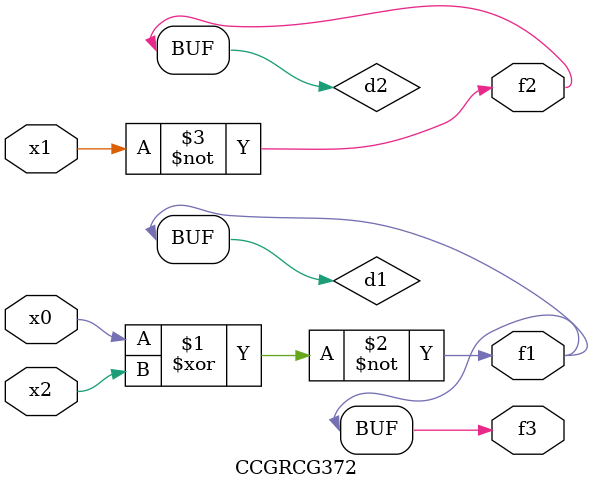
<source format=v>
module CCGRCG372(
	input x0, x1, x2,
	output f1, f2, f3
);

	wire d1, d2, d3;

	xnor (d1, x0, x2);
	nand (d2, x1);
	nor (d3, x1, x2);
	assign f1 = d1;
	assign f2 = d2;
	assign f3 = d1;
endmodule

</source>
